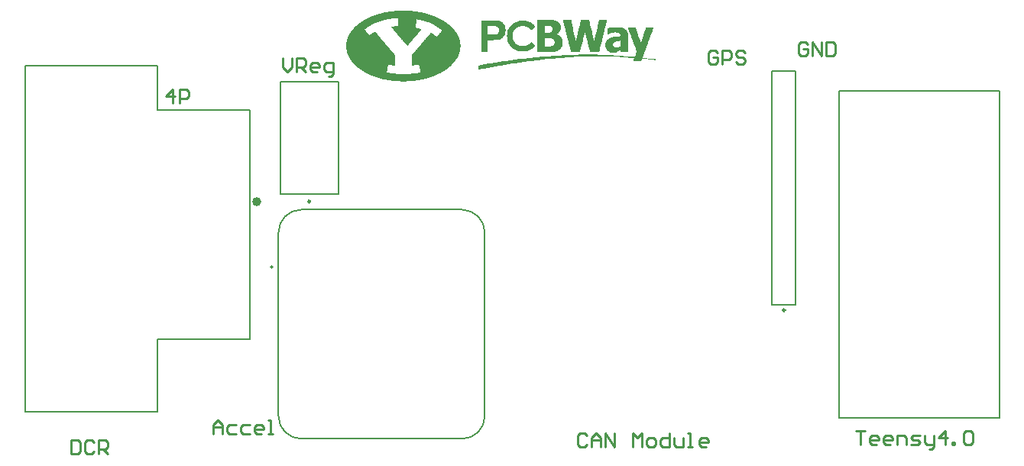
<source format=gbr>
%TF.GenerationSoftware,Altium Limited,Altium Designer,25.1.2 (22)*%
G04 Layer_Color=65535*
%FSLAX45Y45*%
%MOMM*%
%TF.SameCoordinates,757FA7A9-4291-4AF8-8684-A19F9D108C22*%
%TF.FilePolarity,Positive*%
%TF.FileFunction,Legend,Top*%
%TF.Part,Single*%
G01*
G75*
%TA.AperFunction,NonConductor*%
%ADD24C,0.25000*%
%ADD25C,0.12700*%
%ADD26C,0.20000*%
%ADD27C,0.50000*%
%ADD28C,0.15240*%
%ADD29C,0.25400*%
G36*
X8275589Y7184929D02*
X8308494D01*
Y7181273D01*
X8323118D01*
Y7177617D01*
X8334086D01*
Y7173961D01*
X8341399D01*
Y7170304D01*
X8352367D01*
Y7166648D01*
X8359679D01*
Y7162992D01*
X8366991D01*
Y7159336D01*
X8370647D01*
Y7155680D01*
X8377959D01*
Y7152024D01*
X8381615D01*
Y7148368D01*
X8388927D01*
Y7144712D01*
X8392583D01*
Y7141056D01*
X8396239D01*
Y7137400D01*
X8399896D01*
Y7130088D01*
X8403552D01*
Y7126432D01*
X8407208D01*
Y7122776D01*
X8410864D01*
Y7119120D01*
X8407208D01*
Y7115464D01*
X8403552D01*
Y7111807D01*
X8399896D01*
Y7108151D01*
X8396239D01*
Y7104495D01*
X8392583D01*
Y7100839D01*
X8388927D01*
Y7097183D01*
X8385271D01*
Y7093527D01*
X8381615D01*
Y7089871D01*
X8377959D01*
Y7086215D01*
X8374303D01*
Y7082559D01*
X8366991D01*
Y7086215D01*
X8363335D01*
Y7089871D01*
X8356023D01*
Y7093527D01*
X8352367D01*
Y7097183D01*
X8348711D01*
Y7100839D01*
X8345055D01*
Y7104495D01*
X8337743D01*
Y7108151D01*
X8330430D01*
Y7111807D01*
X8326774D01*
Y7115464D01*
X8315806D01*
Y7119120D01*
X8308494D01*
Y7122776D01*
X8290214D01*
Y7126432D01*
X8246341D01*
Y7122776D01*
X8228061D01*
Y7119120D01*
X8220749D01*
Y7115464D01*
X8213436D01*
Y7111807D01*
X8206124D01*
Y7108151D01*
X8202468D01*
Y7104495D01*
X8198812D01*
Y7100839D01*
X8191500D01*
Y7097183D01*
X8187844D01*
Y7093527D01*
X8184188D01*
Y7089871D01*
X8180532D01*
Y7086215D01*
X8176876D01*
Y7078903D01*
X8173220D01*
Y7075247D01*
X8169564D01*
Y7067935D01*
X8165908D01*
Y7060623D01*
X8162252D01*
Y7049654D01*
X8158596D01*
Y7027718D01*
X8154939D01*
Y7005782D01*
X8158596D01*
Y6983845D01*
X8162252D01*
Y6972877D01*
X8165908D01*
Y6965565D01*
X8169564D01*
Y6958253D01*
X8173220D01*
Y6950941D01*
X8176876D01*
Y6947285D01*
X8180532D01*
Y6943629D01*
X8184188D01*
Y6939973D01*
X8187844D01*
Y6936317D01*
X8191500D01*
Y6932661D01*
X8195156D01*
Y6929004D01*
X8198812D01*
Y6925348D01*
X8206124D01*
Y6921692D01*
X8209780D01*
Y6918036D01*
X8217093D01*
Y6914380D01*
X8228061D01*
Y6910724D01*
X8239029D01*
Y6907068D01*
X8297526D01*
Y6910724D01*
X8312150D01*
Y6914380D01*
X8323118D01*
Y6918036D01*
X8326774D01*
Y6921692D01*
X8334086D01*
Y6925348D01*
X8341399D01*
Y6929004D01*
X8345055D01*
Y6932661D01*
X8348711D01*
Y6936317D01*
X8352367D01*
Y6939973D01*
X8359679D01*
Y6943629D01*
X8363335D01*
Y6947285D01*
X8366991D01*
Y6950941D01*
X8370647D01*
Y6947285D01*
X8374303D01*
Y6943629D01*
X8377959D01*
Y6939973D01*
X8381615D01*
Y6936317D01*
X8385271D01*
Y6932661D01*
X8388927D01*
Y6929004D01*
X8392583D01*
Y6925348D01*
X8396239D01*
Y6921692D01*
X8399896D01*
Y6918036D01*
X8403552D01*
Y6914380D01*
X8407208D01*
Y6903412D01*
X8403552D01*
Y6899756D01*
X8399896D01*
Y6896100D01*
X8396239D01*
Y6892444D01*
X8388927D01*
Y6888788D01*
X8385271D01*
Y6885132D01*
X8381615D01*
Y6881476D01*
X8377959D01*
Y6877820D01*
X8374303D01*
Y6874164D01*
X8366991D01*
Y6870507D01*
X8363335D01*
Y6866851D01*
X8352367D01*
Y6863195D01*
X8348711D01*
Y6859539D01*
X8337743D01*
Y6855883D01*
X8326774D01*
Y6852227D01*
X8312150D01*
Y6848571D01*
X8290214D01*
Y6844915D01*
X8246341D01*
Y6848571D01*
X8224405D01*
Y6852227D01*
X8209780D01*
Y6855883D01*
X8198812D01*
Y6859539D01*
X8191500D01*
Y6863195D01*
X8184188D01*
Y6866851D01*
X8176876D01*
Y6870507D01*
X8169564D01*
Y6874164D01*
X8162252D01*
Y6877820D01*
X8158596D01*
Y6881476D01*
X8154939D01*
Y6885132D01*
X8151283D01*
Y6888788D01*
X8147627D01*
Y6892444D01*
X8143971D01*
Y6896100D01*
X8140315D01*
Y6899756D01*
X8136659D01*
Y6903412D01*
X8133003D01*
Y6907068D01*
X8129347D01*
Y6910724D01*
X8125691D01*
Y6918036D01*
X8122035D01*
Y6921692D01*
X8118379D01*
Y6925348D01*
X8114723D01*
Y6932661D01*
X8111067D01*
Y6939973D01*
X8107411D01*
Y6950941D01*
X8103755D01*
Y6961909D01*
X8100099D01*
Y6976533D01*
X8096443D01*
Y7005782D01*
X8092786D01*
Y7027718D01*
X8096443D01*
Y7056967D01*
X8100099D01*
Y7067935D01*
X8103755D01*
Y7082559D01*
X8107411D01*
Y7089871D01*
X8111067D01*
Y7097183D01*
X8114723D01*
Y7104495D01*
X8118379D01*
Y7108151D01*
X8122035D01*
Y7115464D01*
X8125691D01*
Y7119120D01*
X8129347D01*
Y7122776D01*
X8133003D01*
Y7126432D01*
X8136659D01*
Y7130088D01*
X8140315D01*
Y7137400D01*
X8143971D01*
Y7141056D01*
X8147627D01*
Y7144712D01*
X8151283D01*
Y7148368D01*
X8158596D01*
Y7152024D01*
X8162252D01*
Y7155680D01*
X8165908D01*
Y7159336D01*
X8173220D01*
Y7162992D01*
X8180532D01*
Y7166648D01*
X8187844D01*
Y7170304D01*
X8195156D01*
Y7173961D01*
X8206124D01*
Y7177617D01*
X8217093D01*
Y7181273D01*
X8228061D01*
Y7184929D01*
X8264621D01*
Y7188585D01*
X8275589D01*
Y7184929D01*
D02*
G37*
G36*
X9204229Y7188585D02*
X9200573D01*
Y7173961D01*
X9196917D01*
Y7159336D01*
X9193261D01*
Y7144712D01*
X9189605D01*
Y7130088D01*
X9185949D01*
Y7115464D01*
X9182293D01*
Y7100839D01*
X9178636D01*
Y7086215D01*
X9174980D01*
Y7067935D01*
X9171324D01*
Y7056967D01*
X9167668D01*
Y7042342D01*
X9164012D01*
Y7027718D01*
X9160356D01*
Y7013094D01*
X9156700D01*
Y6994814D01*
X9153044D01*
Y6980189D01*
X9149388D01*
Y6969221D01*
X9145732D01*
Y6954597D01*
X9142076D01*
Y6943629D01*
X9138420D01*
Y6929004D01*
X9134764D01*
Y6914380D01*
X9131108D01*
Y6899756D01*
X9127452D01*
Y6885132D01*
X9123796D01*
Y6866851D01*
X9120139D01*
Y6852227D01*
X9116483D01*
Y6841259D01*
X9112827D01*
Y6837603D01*
X9014114D01*
Y6848571D01*
X9010458D01*
Y6863195D01*
X9006802D01*
Y6877820D01*
X9003146D01*
Y6892444D01*
X8999489D01*
Y6907068D01*
X8995833D01*
Y6921692D01*
X8992177D01*
Y6936317D01*
X8988521D01*
Y6950941D01*
X8984865D01*
Y6965565D01*
X8981209D01*
Y6980189D01*
X8977553D01*
Y6994814D01*
X8973897D01*
Y7005782D01*
X8970241D01*
Y7024062D01*
X8966585D01*
Y7038686D01*
X8962929D01*
Y7045998D01*
X8959273D01*
Y7053311D01*
X8955617D01*
Y7042342D01*
X8951961D01*
Y7027718D01*
X8948305D01*
Y7016750D01*
X8944649D01*
Y6998470D01*
X8940993D01*
Y6983845D01*
X8937336D01*
Y6969221D01*
X8933680D01*
Y6954597D01*
X8930024D01*
Y6939973D01*
X8926368D01*
Y6925348D01*
X8922712D01*
Y6910724D01*
X8919056D01*
Y6896100D01*
X8915400D01*
Y6881476D01*
X8911744D01*
Y6863195D01*
X8908088D01*
Y6848571D01*
X8904432D01*
Y6837603D01*
X8805718D01*
Y6841259D01*
X8802062D01*
Y6855883D01*
X8798406D01*
Y6866851D01*
X8794750D01*
Y6885132D01*
X8791094D01*
Y6899756D01*
X8787438D01*
Y6914380D01*
X8783782D01*
Y6925348D01*
X8780126D01*
Y6936317D01*
X8776470D01*
Y6950941D01*
X8772814D01*
Y6965565D01*
X8769158D01*
Y6980189D01*
X8765502D01*
Y6994814D01*
X8761846D01*
Y7009438D01*
X8758189D01*
Y7024062D01*
X8754533D01*
Y7031374D01*
Y7035030D01*
Y7038686D01*
X8750877D01*
Y7056967D01*
X8747221D01*
Y7067935D01*
X8743565D01*
Y7086215D01*
X8739909D01*
Y7100839D01*
X8736253D01*
Y7111807D01*
X8732597D01*
Y7130088D01*
X8728941D01*
Y7144712D01*
X8725285D01*
Y7159336D01*
X8721629D01*
Y7166648D01*
X8717973D01*
Y7181273D01*
X8714317D01*
Y7195897D01*
X8805718D01*
Y7192241D01*
X8809374D01*
Y7173961D01*
X8813030D01*
Y7155680D01*
X8816686D01*
Y7137400D01*
X8820343D01*
Y7119120D01*
X8823999D01*
Y7100839D01*
X8827655D01*
Y7082559D01*
X8831311D01*
Y7064279D01*
X8834967D01*
Y7045998D01*
X8838623D01*
Y7027718D01*
X8842279D01*
Y7016750D01*
X8845935D01*
Y6998470D01*
X8849591D01*
Y6980189D01*
X8853247D01*
Y6961909D01*
X8856903D01*
Y6965565D01*
X8860559D01*
Y6980189D01*
X8864215D01*
Y6994814D01*
X8867871D01*
Y7009438D01*
X8871527D01*
Y7024062D01*
X8875183D01*
Y7038686D01*
X8878839D01*
Y7053311D01*
X8882496D01*
Y7071591D01*
X8886152D01*
Y7086215D01*
X8889808D01*
Y7100839D01*
X8893464D01*
Y7115464D01*
X8897120D01*
Y7130088D01*
X8900776D01*
Y7141056D01*
X8904432D01*
Y7155680D01*
X8908088D01*
Y7166648D01*
X8911744D01*
Y7181273D01*
X8915400D01*
Y7195897D01*
X9003146D01*
Y7192241D01*
X9006802D01*
Y7177617D01*
X9010458D01*
Y7162992D01*
X9014114D01*
Y7148368D01*
X9017770D01*
Y7130088D01*
X9021426D01*
Y7119120D01*
X9025082D01*
Y7104495D01*
X9028738D01*
Y7089871D01*
X9032394D01*
Y7075247D01*
X9036050D01*
Y7056967D01*
X9039706D01*
Y7042342D01*
X9043362D01*
Y7027718D01*
X9047018D01*
Y7013094D01*
X9050674D01*
Y6994814D01*
X9054330D01*
Y6980189D01*
X9057986D01*
Y6965565D01*
X9061643D01*
Y6961909D01*
X9065299D01*
Y6980189D01*
X9068955D01*
Y6998470D01*
X9072611D01*
Y7013094D01*
X9076267D01*
Y7031374D01*
X9079923D01*
Y7049654D01*
X9083579D01*
Y7060623D01*
X9087235D01*
Y7078903D01*
X9090891D01*
Y7093527D01*
X9094547D01*
Y7111807D01*
X9098203D01*
Y7130088D01*
X9101859D01*
Y7148368D01*
X9105515D01*
Y7162992D01*
X9109171D01*
Y7181273D01*
X9112827D01*
Y7195897D01*
X9204229D01*
Y7188585D01*
D02*
G37*
G36*
X9716077Y7097183D02*
X9712421D01*
Y7086215D01*
X9708765D01*
Y7075247D01*
X9705109D01*
Y7064279D01*
X9701453D01*
Y7053311D01*
X9697797D01*
Y7045998D01*
X9694141D01*
Y7035030D01*
X9690485D01*
Y7024062D01*
X9686829D01*
Y7016750D01*
X9683173D01*
Y7005782D01*
X9679517D01*
Y6998470D01*
X9675861D01*
Y6987501D01*
X9672205D01*
Y6976533D01*
X9668549D01*
Y6965565D01*
X9664893D01*
Y6958253D01*
X9661236D01*
Y6947285D01*
X9657580D01*
Y6936317D01*
X9653924D01*
Y6925348D01*
X9650268D01*
Y6914380D01*
X9646612D01*
Y6907068D01*
X9642956D01*
Y6896100D01*
X9639300D01*
Y6885132D01*
X9635644D01*
Y6874164D01*
X9631988D01*
Y6866851D01*
X9628332D01*
Y6855883D01*
X9624676D01*
Y6848571D01*
X9621020D01*
Y6841259D01*
X9617364D01*
Y6830291D01*
X9613708D01*
Y6819323D01*
X9610052D01*
Y6808354D01*
X9606396D01*
Y6797386D01*
X9602739D01*
Y6790074D01*
X9599083D01*
Y6775450D01*
X9621020D01*
Y6771794D01*
X9650268D01*
Y6768138D01*
X9679517D01*
Y6764482D01*
X9712421D01*
Y6760826D01*
X9745326D01*
Y6757170D01*
X9741670D01*
Y6753514D01*
X9738014D01*
Y6749857D01*
X9723389D01*
Y6753514D01*
X9683173D01*
Y6757170D01*
X9653924D01*
Y6760826D01*
X9613708D01*
Y6764482D01*
X9610052D01*
Y6760826D01*
X9602739D01*
Y6764482D01*
X9591771D01*
Y6760826D01*
X9588115D01*
Y6746201D01*
X9584459D01*
Y6738889D01*
X9493058D01*
Y6746201D01*
X9496714D01*
Y6757170D01*
X9500370D01*
Y6764482D01*
X9504026D01*
Y6771794D01*
X9482089D01*
Y6775450D01*
X9434561D01*
Y6779106D01*
X9394344D01*
Y6782762D01*
X9346815D01*
Y6786418D01*
X9273694D01*
Y6790074D01*
X9160356D01*
Y6793730D01*
X9065299D01*
Y6790074D01*
X8933680D01*
Y6786418D01*
X8838623D01*
Y6782762D01*
X8783782D01*
Y6779106D01*
X8736253D01*
Y6775450D01*
X8677756D01*
Y6771794D01*
X8633883D01*
Y6768138D01*
X8597323D01*
Y6764482D01*
X8557106D01*
Y6760826D01*
X8513233D01*
Y6757170D01*
X8494953D01*
Y6753514D01*
X8465705D01*
Y6749857D01*
X8429144D01*
Y6746201D01*
X8396239D01*
Y6742545D01*
X8374303D01*
Y6738889D01*
X8341399D01*
Y6735233D01*
X8308494D01*
Y6731577D01*
X8286558D01*
Y6727921D01*
X8260965D01*
Y6724265D01*
X8231717D01*
Y6720609D01*
X8209780D01*
Y6716953D01*
X8187844D01*
Y6713297D01*
X8162252D01*
Y6709641D01*
X8136659D01*
Y6705985D01*
X8114723D01*
Y6702329D01*
X8092786D01*
Y6698673D01*
X8067194D01*
Y6695017D01*
X8045258D01*
Y6691361D01*
X8034289D01*
Y6687704D01*
X8008697D01*
Y6684048D01*
X7986761D01*
Y6680392D01*
X7968480D01*
Y6676736D01*
X7946544D01*
Y6673080D01*
X7924608D01*
Y6669424D01*
X7906327D01*
Y6665768D01*
X7891703D01*
Y6662112D01*
X7866111D01*
Y6658456D01*
X7847830D01*
Y6654800D01*
X7829550D01*
Y6651144D01*
X7803958D01*
Y6647488D01*
X7789333D01*
Y6643832D01*
X7774709D01*
Y6654800D01*
X7778365D01*
Y6673080D01*
X7782021D01*
Y6687704D01*
X7785677D01*
Y6691361D01*
X7792989D01*
Y6695017D01*
X7811270D01*
Y6698673D01*
X7829550D01*
Y6702329D01*
X7855143D01*
Y6705985D01*
X7873423D01*
Y6709641D01*
X7891703D01*
Y6713297D01*
X7917296D01*
Y6716953D01*
X7942888D01*
Y6720609D01*
X7961168D01*
Y6724265D01*
X7986761D01*
Y6727921D01*
X8012353D01*
Y6731577D01*
X8034289D01*
Y6735233D01*
X8056226D01*
Y6738889D01*
X8085474D01*
Y6742545D01*
X8111067D01*
Y6746201D01*
X8136659D01*
Y6749857D01*
X8162252D01*
Y6753514D01*
X8184188D01*
Y6757170D01*
X8209780D01*
Y6760826D01*
X8239029D01*
Y6764482D01*
X8275589D01*
Y6768138D01*
X8301182D01*
Y6771794D01*
X8304838D01*
Y6768138D01*
X8308494D01*
Y6771794D01*
X8334086D01*
Y6775450D01*
X8377959D01*
Y6779106D01*
X8414520D01*
Y6782762D01*
X8451080D01*
Y6786418D01*
X8487641D01*
Y6790074D01*
X8538826D01*
Y6793730D01*
X8586355D01*
Y6797386D01*
X8633883D01*
Y6801042D01*
X8703349D01*
Y6804698D01*
X8776470D01*
Y6808354D01*
X8886152D01*
Y6812011D01*
X9094547D01*
Y6808354D01*
X9189605D01*
Y6804698D01*
X9193261D01*
Y6808354D01*
X9200573D01*
Y6804698D01*
X9277350D01*
Y6801042D01*
X9343159D01*
Y6797386D01*
X9387032D01*
Y6793730D01*
X9427249D01*
Y6790074D01*
X9478433D01*
Y6786418D01*
X9511338D01*
Y6790074D01*
X9514994D01*
Y6801042D01*
X9518650D01*
Y6812011D01*
X9522306D01*
Y6819323D01*
X9525962D01*
Y6830291D01*
X9529618D01*
Y6837603D01*
X9533274D01*
Y6848571D01*
X9529618D01*
Y6859539D01*
X9525962D01*
Y6866851D01*
X9522306D01*
Y6877820D01*
X9518650D01*
Y6888788D01*
X9514994D01*
Y6899756D01*
X9511338D01*
Y6907068D01*
X9507682D01*
Y6918036D01*
X9504026D01*
Y6925348D01*
X9500370D01*
Y6936317D01*
X9496714D01*
Y6943629D01*
X9493058D01*
Y6954597D01*
X9489402D01*
Y6965565D01*
X9485746D01*
Y6976533D01*
X9482089D01*
Y6983845D01*
X9478433D01*
Y6994814D01*
X9474777D01*
Y7002126D01*
X9471121D01*
Y7013094D01*
X9467465D01*
Y7024062D01*
X9463809D01*
Y7035030D01*
X9460153D01*
Y7042342D01*
X9456497D01*
Y7053311D01*
X9452841D01*
Y7064279D01*
X9449185D01*
Y7075247D01*
X9445529D01*
Y7082559D01*
X9441873D01*
Y7089871D01*
X9438217D01*
Y7100839D01*
X9434561D01*
Y7108151D01*
X9522306D01*
Y7104495D01*
X9525962D01*
Y7093527D01*
X9529618D01*
Y7082559D01*
X9533274D01*
Y7067935D01*
X9536930D01*
Y7056967D01*
X9540586D01*
Y7045998D01*
X9544243D01*
Y7035030D01*
X9547899D01*
Y7024062D01*
X9551555D01*
Y7013094D01*
X9555211D01*
Y7002126D01*
X9558867D01*
Y6991157D01*
X9562523D01*
Y6980189D01*
X9566179D01*
Y6972877D01*
X9569835D01*
Y6961909D01*
X9573491D01*
Y6950941D01*
X9577147D01*
Y6943629D01*
X9580803D01*
Y6947285D01*
X9584459D01*
Y6961909D01*
X9588115D01*
Y6972877D01*
X9591771D01*
Y6983845D01*
X9595427D01*
Y6994814D01*
X9599083D01*
Y7005782D01*
X9602739D01*
Y7020406D01*
X9606396D01*
Y7031374D01*
X9610052D01*
Y7042342D01*
X9613708D01*
Y7053311D01*
X9617364D01*
Y7067935D01*
X9621020D01*
Y7078903D01*
X9624676D01*
Y7089871D01*
X9628332D01*
Y7097183D01*
X9631988D01*
Y7108151D01*
X9716077D01*
Y7097183D01*
D02*
G37*
G36*
X9335847Y7111807D02*
X9361439D01*
Y7108151D01*
X9376064D01*
Y7104495D01*
X9387032D01*
Y7100839D01*
X9394344D01*
Y7097183D01*
X9401656D01*
Y7093527D01*
X9405312D01*
Y7089871D01*
X9412624D01*
Y7086215D01*
X9416280D01*
Y7082559D01*
X9419936D01*
Y7078903D01*
X9423593D01*
Y7071591D01*
X9427249D01*
Y7064279D01*
X9430905D01*
Y7053311D01*
X9434561D01*
Y7035030D01*
X9438217D01*
Y6837603D01*
X9354127D01*
Y6844915D01*
Y6848571D01*
Y6863195D01*
X9350471D01*
Y6859539D01*
X9343159D01*
Y6855883D01*
X9339503D01*
Y6852227D01*
X9335847D01*
Y6848571D01*
X9328535D01*
Y6844915D01*
X9321223D01*
Y6841259D01*
X9313911D01*
Y6837603D01*
X9306599D01*
Y6833947D01*
X9291974D01*
Y6830291D01*
X9251758D01*
Y6833947D01*
X9237133D01*
Y6837603D01*
X9229821D01*
Y6841259D01*
X9222509D01*
Y6844915D01*
X9218853D01*
Y6848571D01*
X9215197D01*
Y6852227D01*
X9207885D01*
Y6855883D01*
X9204229D01*
Y6859539D01*
X9200573D01*
Y6866851D01*
X9196917D01*
Y6870507D01*
X9193261D01*
Y6877820D01*
X9189605D01*
Y6892444D01*
X9185949D01*
Y6939973D01*
X9189605D01*
Y6954597D01*
X9193261D01*
Y6961909D01*
X9196917D01*
Y6965565D01*
X9200573D01*
Y6972877D01*
X9207885D01*
Y6976533D01*
X9211541D01*
Y6980189D01*
X9215197D01*
Y6983845D01*
X9218853D01*
Y6987501D01*
X9226165D01*
Y6991157D01*
X9233477D01*
Y6994814D01*
X9240789D01*
Y6998470D01*
X9251758D01*
Y7002126D01*
X9266382D01*
Y7005782D01*
X9284662D01*
Y7009438D01*
X9306599D01*
Y7013094D01*
X9346815D01*
Y7016750D01*
X9354127D01*
Y7031374D01*
X9350471D01*
Y7038686D01*
X9346815D01*
Y7042342D01*
X9343159D01*
Y7045998D01*
X9339503D01*
Y7049654D01*
X9328535D01*
Y7053311D01*
X9302943D01*
Y7056967D01*
X9281006D01*
Y7053311D01*
X9259070D01*
Y7049654D01*
X9244446D01*
Y7045998D01*
X9233477D01*
Y7042342D01*
X9222509D01*
Y7038686D01*
X9215197D01*
Y7035030D01*
X9211541D01*
Y7038686D01*
X9207885D01*
Y7100839D01*
X9211541D01*
Y7104495D01*
X9226165D01*
Y7108151D01*
X9248102D01*
Y7111807D01*
X9277350D01*
Y7115464D01*
X9335847D01*
Y7111807D01*
D02*
G37*
G36*
X8571730Y7192241D02*
X8619259D01*
Y7188585D01*
X8633883D01*
Y7184929D01*
X8644852D01*
Y7181273D01*
X8652164D01*
Y7177617D01*
X8655820D01*
Y7173961D01*
X8663132D01*
Y7170304D01*
X8666788D01*
Y7166648D01*
X8670444D01*
Y7162992D01*
X8674100D01*
Y7159336D01*
X8677756D01*
Y7155680D01*
X8681412D01*
Y7148368D01*
X8685068D01*
Y7137400D01*
X8688724D01*
Y7119120D01*
X8692380D01*
Y7104495D01*
X8688724D01*
Y7086215D01*
X8685068D01*
Y7075247D01*
X8681412D01*
Y7067935D01*
X8677756D01*
Y7060623D01*
X8674100D01*
Y7056967D01*
X8670444D01*
Y7053311D01*
X8666788D01*
Y7049654D01*
X8663132D01*
Y7045998D01*
X8655820D01*
Y7042342D01*
X8652164D01*
Y7038686D01*
X8644852D01*
Y7031374D01*
X8655820D01*
Y7027718D01*
X8666788D01*
Y7024062D01*
X8674100D01*
Y7020406D01*
X8677756D01*
Y7016750D01*
X8685068D01*
Y7013094D01*
X8688724D01*
Y7009438D01*
X8692380D01*
Y7005782D01*
X8696036D01*
Y6998470D01*
X8699693D01*
Y6994814D01*
X8703349D01*
Y6983845D01*
X8707005D01*
Y6903412D01*
X8703349D01*
Y6896100D01*
X8699693D01*
Y6888788D01*
X8696036D01*
Y6885132D01*
X8692380D01*
Y6877820D01*
X8688724D01*
Y6874164D01*
X8685068D01*
Y6870507D01*
X8681412D01*
Y6866851D01*
X8677756D01*
Y6863195D01*
X8670444D01*
Y6859539D01*
X8666788D01*
Y6855883D01*
X8659476D01*
Y6852227D01*
X8652164D01*
Y6848571D01*
X8641196D01*
Y6844915D01*
X8630227D01*
Y6841259D01*
X8611947D01*
Y6837603D01*
X8429144D01*
Y7192241D01*
X8432800D01*
Y7195897D01*
X8571730D01*
Y7192241D01*
D02*
G37*
G36*
X7994073Y7184929D02*
X8012353D01*
Y7181273D01*
X8023321D01*
Y7177617D01*
X8030633D01*
Y7173961D01*
X8037946D01*
Y7170304D01*
X8041602D01*
Y7166648D01*
X8045258D01*
Y7162992D01*
X8048914D01*
Y7159336D01*
X8052570D01*
Y7155680D01*
X8056226D01*
Y7152024D01*
X8059882D01*
Y7148368D01*
X8063538D01*
Y7144712D01*
X8067194D01*
Y7137400D01*
X8070850D01*
Y7126432D01*
X8074506D01*
Y7115464D01*
X8078162D01*
Y7093527D01*
X8081818D01*
Y7067935D01*
X8078162D01*
Y7045998D01*
X8074506D01*
Y7035030D01*
X8070850D01*
Y7027718D01*
X8067194D01*
Y7020406D01*
X8063538D01*
Y7016750D01*
X8059882D01*
Y7009438D01*
X8056226D01*
Y7005782D01*
X8052570D01*
Y7002126D01*
X8048914D01*
Y6998470D01*
X8045258D01*
Y6994814D01*
X8037946D01*
Y6991157D01*
X8034289D01*
Y6987501D01*
X8026977D01*
Y6983845D01*
X8019665D01*
Y6980189D01*
X8012353D01*
Y6976533D01*
X7997729D01*
Y6972877D01*
X7950200D01*
Y6969221D01*
X7880735D01*
Y6837603D01*
X7811270D01*
Y6859539D01*
Y6863195D01*
Y7188585D01*
X7994073D01*
Y7184929D01*
D02*
G37*
G36*
X6982676Y7296851D02*
X7018733D01*
Y7294848D01*
X7020736D01*
Y7296851D01*
X7022740D01*
Y7294848D01*
X7048780D01*
Y7292845D01*
X7066809D01*
Y7290842D01*
X7080831D01*
Y7288839D01*
X7092850D01*
Y7286835D01*
X7108875D01*
Y7284832D01*
X7120894D01*
Y7282829D01*
X7132913D01*
Y7280826D01*
X7140926D01*
Y7278823D01*
X7148938D01*
Y7276820D01*
X7160957D01*
Y7274817D01*
X7168970D01*
Y7272813D01*
X7178985D01*
Y7270810D01*
X7184995D01*
Y7268807D01*
X7191004D01*
Y7266804D01*
X7201020D01*
Y7264801D01*
X7209033D01*
Y7262798D01*
X7215042D01*
Y7260794D01*
X7221052D01*
Y7258791D01*
X7229064D01*
Y7256788D01*
X7235074D01*
Y7254785D01*
X7241083D01*
Y7252782D01*
X7247093D01*
Y7250779D01*
X7251099D01*
Y7248775D01*
X7259112D01*
Y7246772D01*
X7265121D01*
Y7244769D01*
X7271131D01*
Y7242766D01*
X7275137D01*
Y7240763D01*
X7279143D01*
Y7238760D01*
X7285153D01*
Y7236757D01*
X7291162D01*
Y7234753D01*
X7297172D01*
Y7232750D01*
X7299175D01*
Y7230747D01*
X7305184D01*
Y7228744D01*
X7309191D01*
Y7226741D01*
X7315200D01*
Y7224738D01*
X7319206D01*
Y7222735D01*
X7323213D01*
Y7220731D01*
X7327219D01*
Y7218728D01*
X7333228D01*
Y7216725D01*
X7337235D01*
Y7214722D01*
X7339238D01*
Y7212719D01*
X7343244D01*
Y7210716D01*
X7349254D01*
Y7208712D01*
X7353260D01*
Y7206709D01*
X7357266D01*
Y7204706D01*
X7359270D01*
Y7202703D01*
X7363276D01*
Y7200700D01*
X7367282D01*
Y7198697D01*
X7371288D01*
Y7196694D01*
X7375295D01*
Y7194690D01*
X7377298D01*
Y7192687D01*
X7381304D01*
Y7190684D01*
X7385310D01*
Y7188681D01*
X7389317D01*
Y7186678D01*
X7391320D01*
Y7184674D01*
X7395326D01*
Y7182671D01*
X7397329D01*
Y7180668D01*
X7401336D01*
Y7178665D01*
X7405342D01*
Y7176662D01*
X7407345D01*
Y7174659D01*
X7409348D01*
Y7172656D01*
X7413354D01*
Y7170652D01*
X7415358D01*
Y7168649D01*
X7419364D01*
Y7166646D01*
X7421367D01*
Y7164643D01*
X7423370D01*
Y7162640D01*
X7427377D01*
Y7160637D01*
X7431383D01*
Y7158634D01*
X7433386D01*
Y7156630D01*
X7435389D01*
Y7154627D01*
X7437393D01*
Y7152624D01*
X7441399D01*
Y7150621D01*
X7443402D01*
Y7148618D01*
X7445405D01*
Y7146615D01*
X7447408D01*
Y7144612D01*
X7451415D01*
Y7142608D01*
X7453418D01*
Y7140605D01*
X7455421D01*
Y7138602D01*
X7457424D01*
Y7136599D01*
X7459427D01*
Y7134596D01*
X7463433D01*
Y7132593D01*
X7465437D01*
Y7130589D01*
X7467440D01*
Y7128586D01*
X7469443D01*
Y7126583D01*
X7471446D01*
Y7124580D01*
X7473449D01*
Y7122577D01*
X7475452D01*
Y7120574D01*
X7477455D01*
Y7118570D01*
X7479459D01*
Y7116567D01*
X7481462D01*
Y7114564D01*
X7483465D01*
Y7112561D01*
X7485468D01*
Y7110558D01*
X7487471D01*
Y7108555D01*
X7489474D01*
Y7106551D01*
X7491478D01*
Y7104548D01*
X7493481D01*
Y7102545D01*
X7495484D01*
Y7100542D01*
X7497487D01*
Y7098539D01*
X7499490D01*
Y7096536D01*
X7501494D01*
Y7094533D01*
X7503497D01*
Y7092529D01*
X7505500D01*
Y7090526D01*
X7507503D01*
Y7086520D01*
X7509506D01*
Y7084517D01*
X7511509D01*
Y7082514D01*
X7513512D01*
Y7080511D01*
X7515516D01*
Y7076504D01*
X7517519D01*
Y7074501D01*
X7519522D01*
Y7072498D01*
X7521525D01*
Y7068492D01*
X7523528D01*
Y7066489D01*
X7525531D01*
Y7064485D01*
X7527534D01*
Y7060479D01*
X7529538D01*
Y7058476D01*
X7531541D01*
Y7056473D01*
X7533544D01*
Y7052466D01*
X7535547D01*
Y7050463D01*
X7537550D01*
Y7046457D01*
X7539553D01*
Y7042450D01*
X7541556D01*
Y7038444D01*
X7543560D01*
Y7036441D01*
X7545563D01*
Y7032435D01*
X7547566D01*
Y7028428D01*
X7549569D01*
Y7024422D01*
X7551572D01*
Y7020416D01*
X7553575D01*
Y7016410D01*
X7555578D01*
Y7012403D01*
X7557582D01*
Y7006394D01*
X7559585D01*
Y7002388D01*
X7561588D01*
Y6998381D01*
X7563591D01*
Y6992372D01*
X7565594D01*
Y6986362D01*
X7567598D01*
Y6978350D01*
X7569601D01*
Y6972340D01*
X7571604D01*
Y6964327D01*
X7573607D01*
Y6956315D01*
X7575610D01*
Y6944296D01*
X7577613D01*
Y6924265D01*
X7579617D01*
Y6888208D01*
X7577613D01*
Y6868176D01*
X7575610D01*
Y6856157D01*
X7573607D01*
Y6846142D01*
X7571604D01*
Y6840132D01*
X7569601D01*
Y6834122D01*
X7567598D01*
Y6826110D01*
X7565594D01*
Y6820100D01*
X7563591D01*
Y6814091D01*
X7561588D01*
Y6810085D01*
X7559585D01*
Y6806078D01*
X7557582D01*
Y6800069D01*
X7555578D01*
Y6796063D01*
X7553575D01*
Y6792056D01*
X7551572D01*
Y6788050D01*
X7549569D01*
Y6784044D01*
X7547566D01*
Y6780037D01*
X7545563D01*
Y6776031D01*
X7543560D01*
Y6774028D01*
X7541556D01*
Y6770022D01*
X7539553D01*
Y6766015D01*
X7537550D01*
Y6764012D01*
X7535547D01*
Y6760006D01*
X7533544D01*
Y6755999D01*
X7531541D01*
Y6753996D01*
X7529538D01*
Y6751993D01*
X7527534D01*
Y6747987D01*
X7525531D01*
Y6745984D01*
X7523528D01*
Y6743980D01*
X7521525D01*
Y6739974D01*
X7519522D01*
Y6737971D01*
X7517519D01*
Y6735968D01*
X7515516D01*
Y6731962D01*
X7513512D01*
Y6729958D01*
X7511509D01*
Y6727955D01*
X7509506D01*
Y6725952D01*
X7507503D01*
Y6721946D01*
X7505500D01*
Y6719943D01*
X7503497D01*
Y6717940D01*
X7501494D01*
Y6715936D01*
X7499490D01*
Y6713933D01*
X7497487D01*
Y6711930D01*
X7495484D01*
Y6709927D01*
X7493481D01*
Y6707924D01*
X7491478D01*
Y6705921D01*
X7489474D01*
Y6703918D01*
X7487471D01*
Y6701914D01*
X7485468D01*
Y6699911D01*
X7483465D01*
Y6697908D01*
X7481462D01*
Y6695905D01*
X7479459D01*
Y6693902D01*
X7477455D01*
Y6691898D01*
X7475452D01*
Y6689895D01*
X7473449D01*
Y6687892D01*
X7471446D01*
Y6685889D01*
X7469443D01*
Y6683886D01*
X7467440D01*
Y6681883D01*
X7465437D01*
Y6679880D01*
X7461430D01*
Y6677876D01*
X7459427D01*
Y6675873D01*
X7457424D01*
Y6673870D01*
X7455421D01*
Y6671867D01*
X7453418D01*
Y6669864D01*
X7451415D01*
Y6667861D01*
X7447408D01*
Y6665858D01*
X7445405D01*
Y6663854D01*
X7443402D01*
Y6661851D01*
X7439396D01*
Y6659848D01*
X7437393D01*
Y6657845D01*
X7435389D01*
Y6655842D01*
X7433386D01*
Y6653839D01*
X7429380D01*
Y6651835D01*
X7427377D01*
Y6649832D01*
X7423370D01*
Y6647829D01*
X7421367D01*
Y6645826D01*
X7419364D01*
Y6643823D01*
X7415358D01*
Y6641820D01*
X7413354D01*
Y6639817D01*
X7409348D01*
Y6637813D01*
X7407345D01*
Y6635810D01*
X7403339D01*
Y6633807D01*
X7401336D01*
Y6631804D01*
X7397329D01*
Y6629801D01*
X7393323D01*
Y6627798D01*
X7391320D01*
Y6625794D01*
X7387314D01*
Y6623791D01*
X7383307D01*
Y6621788D01*
X7379301D01*
Y6619785D01*
X7377298D01*
Y6617782D01*
X7375295D01*
Y6615779D01*
X7371288D01*
Y6613775D01*
X7367282D01*
Y6611772D01*
X7363276D01*
Y6609769D01*
X7359270D01*
Y6607766D01*
X7355263D01*
Y6605763D01*
X7351257D01*
Y6603760D01*
X7347250D01*
Y6601757D01*
X7343244D01*
Y6599753D01*
X7339238D01*
Y6597750D01*
X7337235D01*
Y6595747D01*
X7331225D01*
Y6593744D01*
X7327219D01*
Y6591741D01*
X7323213D01*
Y6589738D01*
X7319206D01*
Y6587735D01*
X7315200D01*
Y6585731D01*
X7309191D01*
Y6583728D01*
X7303181D01*
Y6581725D01*
X7299175D01*
Y6579722D01*
X7295169D01*
Y6577719D01*
X7291162D01*
Y6575716D01*
X7285153D01*
Y6573712D01*
X7279143D01*
Y6571709D01*
X7275137D01*
Y6569706D01*
X7269127D01*
Y6567703D01*
X7265121D01*
Y6565700D01*
X7259112D01*
Y6563697D01*
X7251099D01*
Y6561694D01*
X7247093D01*
Y6559690D01*
X7241083D01*
Y6557687D01*
X7235074D01*
Y6555684D01*
X7227061D01*
Y6553681D01*
X7221052D01*
Y6551678D01*
X7215042D01*
Y6549674D01*
X7209033D01*
Y6547671D01*
X7201020D01*
Y6545668D01*
X7191004D01*
Y6543665D01*
X7184995D01*
Y6541662D01*
X7178985D01*
Y6539659D01*
X7168970D01*
Y6537656D01*
X7158954D01*
Y6535652D01*
X7148938D01*
Y6533649D01*
X7140926D01*
Y6531646D01*
X7130910D01*
Y6529643D01*
X7118891D01*
Y6527640D01*
X7104869D01*
Y6525637D01*
X7090847D01*
Y6523634D01*
X7080831D01*
Y6521630D01*
X7064806D01*
Y6519627D01*
X7046777D01*
Y6517624D01*
X7020736D01*
Y6515621D01*
X6982676D01*
Y6513618D01*
X6910563D01*
Y6515621D01*
X6908560D01*
Y6513618D01*
X6906556D01*
Y6515621D01*
X6872503D01*
Y6517624D01*
X6844459D01*
Y6519627D01*
X6826430D01*
Y6521630D01*
X6812408D01*
Y6523634D01*
X6800389D01*
Y6525637D01*
X6784364D01*
Y6527640D01*
X6772345D01*
Y6529643D01*
X6760326D01*
Y6531646D01*
X6750310D01*
Y6533649D01*
X6744301D01*
Y6535652D01*
X6732282D01*
Y6537656D01*
X6722266D01*
Y6539659D01*
X6714254D01*
Y6541662D01*
X6708244D01*
Y6543665D01*
X6700231D01*
Y6545668D01*
X6692219D01*
Y6547671D01*
X6684206D01*
Y6549674D01*
X6676194D01*
Y6551678D01*
X6670184D01*
Y6553681D01*
X6664175D01*
Y6555684D01*
X6656162D01*
Y6557687D01*
X6650153D01*
Y6559690D01*
X6644143D01*
Y6561694D01*
X6640137D01*
Y6563697D01*
X6634127D01*
Y6565700D01*
X6628118D01*
Y6567703D01*
X6622108D01*
Y6569706D01*
X6618102D01*
Y6571709D01*
X6612093D01*
Y6573712D01*
X6608086D01*
Y6575716D01*
X6602077D01*
Y6577719D01*
X6596068D01*
Y6579722D01*
X6592061D01*
Y6581725D01*
X6588055D01*
Y6583728D01*
X6584049D01*
Y6585731D01*
X6578039D01*
Y6587735D01*
X6574033D01*
Y6589738D01*
X6570026D01*
Y6591741D01*
X6566020D01*
Y6593744D01*
X6560011D01*
Y6595747D01*
X6556004D01*
Y6597750D01*
X6551998D01*
Y6599753D01*
X6547992D01*
Y6601757D01*
X6543985D01*
Y6603760D01*
X6539979D01*
Y6605763D01*
X6535973D01*
Y6607766D01*
X6533970D01*
Y6609769D01*
X6529963D01*
Y6611772D01*
X6525957D01*
Y6613775D01*
X6521951D01*
Y6615779D01*
X6517945D01*
Y6617782D01*
X6515941D01*
Y6619785D01*
X6511935D01*
Y6621788D01*
X6507929D01*
Y6623791D01*
X6503922D01*
Y6625794D01*
X6501919D01*
Y6627798D01*
X6497913D01*
Y6629801D01*
X6495910D01*
Y6631804D01*
X6491903D01*
Y6633807D01*
X6487897D01*
Y6635810D01*
X6485894D01*
Y6637813D01*
X6481888D01*
Y6639817D01*
X6479885D01*
Y6641820D01*
X6475878D01*
Y6643823D01*
X6473875D01*
Y6645826D01*
X6469869D01*
Y6647829D01*
X6467866D01*
Y6649832D01*
X6465863D01*
Y6651835D01*
X6461856D01*
Y6653839D01*
X6459853D01*
Y6655842D01*
X6457850D01*
Y6657845D01*
X6453844D01*
Y6659848D01*
X6451840D01*
Y6661851D01*
X6449837D01*
Y6663854D01*
X6445831D01*
Y6665858D01*
X6443828D01*
Y6667861D01*
X6441825D01*
Y6669864D01*
X6439822D01*
Y6671867D01*
X6435815D01*
Y6673870D01*
X6433812D01*
Y6675873D01*
X6431809D01*
Y6677876D01*
X6429806D01*
Y6679880D01*
X6427802D01*
Y6681883D01*
X6425799D01*
Y6683886D01*
X6423796D01*
Y6685889D01*
X6421793D01*
Y6687892D01*
X6417787D01*
Y6689895D01*
X6415784D01*
Y6691898D01*
X6413780D01*
Y6693902D01*
X6411777D01*
Y6697908D01*
X6407771D01*
Y6699911D01*
X6405768D01*
Y6701914D01*
X6403765D01*
Y6703918D01*
X6401762D01*
Y6705921D01*
X6399758D01*
Y6707924D01*
X6397755D01*
Y6709927D01*
X6395752D01*
Y6713933D01*
X6393749D01*
Y6715936D01*
X6391746D01*
Y6717940D01*
X6389743D01*
Y6719943D01*
X6387740D01*
Y6721946D01*
X6385736D01*
Y6723949D01*
X6383733D01*
Y6727955D01*
X6381730D01*
Y6729958D01*
X6379727D01*
Y6731962D01*
X6377724D01*
Y6733965D01*
X6375721D01*
Y6735968D01*
X6373717D01*
Y6739974D01*
X6371714D01*
Y6741977D01*
X6369711D01*
Y6743980D01*
X6367708D01*
Y6747987D01*
X6365705D01*
Y6749990D01*
X6363702D01*
Y6753996D01*
X6361698D01*
Y6755999D01*
X6359695D01*
Y6758003D01*
X6357692D01*
Y6762009D01*
X6355689D01*
Y6766015D01*
X6353686D01*
Y6768018D01*
X6351683D01*
Y6772025D01*
X6349679D01*
Y6774028D01*
X6347676D01*
Y6780037D01*
X6345673D01*
Y6784044D01*
X6343670D01*
Y6786047D01*
X6341667D01*
Y6790053D01*
X6339664D01*
Y6794059D01*
X6337661D01*
Y6800069D01*
X6335657D01*
Y6804075D01*
X6333654D01*
Y6808081D01*
X6331651D01*
Y6812088D01*
X6329648D01*
Y6818097D01*
X6327645D01*
Y6826110D01*
X6325642D01*
Y6830116D01*
X6323639D01*
Y6836126D01*
X6321635D01*
Y6844138D01*
X6319632D01*
Y6852151D01*
X6317629D01*
Y6862167D01*
X6315626D01*
Y6878192D01*
X6313623D01*
Y6934280D01*
X6315626D01*
Y6950305D01*
X6317629D01*
Y6960321D01*
X6319632D01*
Y6968334D01*
X6321635D01*
Y6976346D01*
X6323639D01*
Y6982356D01*
X6325642D01*
Y6988365D01*
X6327645D01*
Y6994375D01*
X6329648D01*
Y7000384D01*
X6331651D01*
Y7004391D01*
X6333654D01*
Y7008397D01*
X6335657D01*
Y7014406D01*
X6337661D01*
Y7018413D01*
X6339664D01*
Y7022419D01*
X6341667D01*
Y7026425D01*
X6343670D01*
Y7030432D01*
X6345673D01*
Y7034438D01*
X6347676D01*
Y7038444D01*
X6349679D01*
Y7040447D01*
X6351683D01*
Y7044454D01*
X6353686D01*
Y7048460D01*
X6355689D01*
Y7050463D01*
X6357692D01*
Y7054470D01*
X6359695D01*
Y7056473D01*
X6361698D01*
Y7058476D01*
X6363702D01*
Y7062482D01*
X6365705D01*
Y7066489D01*
X6367708D01*
Y7068492D01*
X6369711D01*
Y7070495D01*
X6371714D01*
Y7072498D01*
X6373717D01*
Y7076504D01*
X6375721D01*
Y7078507D01*
X6377724D01*
Y7082514D01*
X6379727D01*
Y7084517D01*
X6381730D01*
Y7086520D01*
X6383733D01*
Y7088523D01*
X6385736D01*
Y7090526D01*
X6387740D01*
Y7092529D01*
X6389743D01*
Y7094533D01*
X6391746D01*
Y7096536D01*
X6393749D01*
Y7100542D01*
X6395752D01*
Y7102545D01*
X6397755D01*
Y7104548D01*
X6399758D01*
Y7106551D01*
X6401762D01*
Y7108555D01*
X6403765D01*
Y7110558D01*
X6405768D01*
Y7112561D01*
X6407771D01*
Y7114564D01*
X6409774D01*
Y7116567D01*
X6411777D01*
Y7118570D01*
X6413780D01*
Y7120574D01*
X6415784D01*
Y7122577D01*
X6417787D01*
Y7124580D01*
X6421793D01*
Y7128586D01*
X6423796D01*
Y7130589D01*
X6425799D01*
Y7132593D01*
X6429806D01*
Y7134596D01*
X6431809D01*
Y7136599D01*
X6433812D01*
Y7138602D01*
X6435815D01*
Y7140605D01*
X6437818D01*
Y7142608D01*
X6441825D01*
Y7144612D01*
X6443828D01*
Y7146615D01*
X6445831D01*
Y7148618D01*
X6447834D01*
Y7150621D01*
X6451840D01*
Y7152624D01*
X6453844D01*
Y7154627D01*
X6455847D01*
Y7156630D01*
X6459853D01*
Y7158634D01*
X6461856D01*
Y7160637D01*
X6463859D01*
Y7162640D01*
X6467866D01*
Y7164643D01*
X6469869D01*
Y7166646D01*
X6471872D01*
Y7168649D01*
X6475878D01*
Y7170652D01*
X6479885D01*
Y7172656D01*
X6481888D01*
Y7174659D01*
X6485894D01*
Y7176662D01*
X6487897D01*
Y7178665D01*
X6489900D01*
Y7180668D01*
X6493907D01*
Y7182671D01*
X6497913D01*
Y7184674D01*
X6499916D01*
Y7186678D01*
X6503922D01*
Y7188681D01*
X6507929D01*
Y7190684D01*
X6511935D01*
Y7192687D01*
X6513938D01*
Y7194690D01*
X6517945D01*
Y7196694D01*
X6519948D01*
Y7198697D01*
X6523954D01*
Y7200700D01*
X6529963D01*
Y7202703D01*
X6531967D01*
Y7204706D01*
X6535973D01*
Y7206709D01*
X6539979D01*
Y7208712D01*
X6543985D01*
Y7210716D01*
X6547992D01*
Y7212719D01*
X6551998D01*
Y7214722D01*
X6556004D01*
Y7216725D01*
X6560011D01*
Y7218728D01*
X6564017D01*
Y7220731D01*
X6568023D01*
Y7222735D01*
X6572030D01*
Y7224738D01*
X6578039D01*
Y7226741D01*
X6582046D01*
Y7228744D01*
X6588055D01*
Y7230747D01*
X6592061D01*
Y7232750D01*
X6596068D01*
Y7234753D01*
X6602077D01*
Y7236757D01*
X6606083D01*
Y7238760D01*
X6612093D01*
Y7240763D01*
X6616099D01*
Y7242766D01*
X6622108D01*
Y7244769D01*
X6628118D01*
Y7246772D01*
X6634127D01*
Y7248775D01*
X6640137D01*
Y7250779D01*
X6644143D01*
Y7252782D01*
X6650153D01*
Y7254785D01*
X6658165D01*
Y7256788D01*
X6664175D01*
Y7258791D01*
X6670184D01*
Y7260794D01*
X6676194D01*
Y7262798D01*
X6684206D01*
Y7264801D01*
X6692219D01*
Y7266804D01*
X6700231D01*
Y7268807D01*
X6708244D01*
Y7270810D01*
X6714254D01*
Y7272813D01*
X6722266D01*
Y7274817D01*
X6732282D01*
Y7276820D01*
X6742298D01*
Y7278823D01*
X6750310D01*
Y7280826D01*
X6760326D01*
Y7282829D01*
X6770342D01*
Y7284832D01*
X6782361D01*
Y7286835D01*
X6798386D01*
Y7288839D01*
X6810405D01*
Y7290842D01*
X6824427D01*
Y7292845D01*
X6842455D01*
Y7294848D01*
X6864490D01*
Y7296851D01*
X6908560D01*
Y7298854D01*
X6982676D01*
Y7296851D01*
D02*
G37*
%LPC*%
G36*
X9354127Y6965565D02*
X9346815D01*
Y6961909D01*
X9313911D01*
Y6958253D01*
X9299286D01*
Y6954597D01*
X9288318D01*
Y6950941D01*
X9284662D01*
Y6947285D01*
X9281006D01*
Y6943629D01*
X9277350D01*
Y6939973D01*
X9273694D01*
Y6932661D01*
X9270038D01*
Y6910724D01*
X9273694D01*
Y6903412D01*
X9277350D01*
Y6896100D01*
X9284662D01*
Y6892444D01*
X9295630D01*
Y6888788D01*
X9321223D01*
Y6892444D01*
X9335847D01*
Y6896100D01*
X9339503D01*
Y6899756D01*
X9346815D01*
Y6903412D01*
X9350471D01*
Y6907068D01*
X9354127D01*
Y6965565D01*
D02*
G37*
G36*
X8564418Y7130088D02*
X8520546D01*
Y7126432D01*
X8516889D01*
Y7053311D01*
X8571730D01*
Y7056967D01*
X8582699D01*
Y7060623D01*
X8586355D01*
Y7064279D01*
X8590011D01*
Y7067935D01*
X8593667D01*
Y7075247D01*
X8597323D01*
Y7089871D01*
X8600979D01*
Y7097183D01*
X8597323D01*
Y7108151D01*
X8593667D01*
Y7115464D01*
X8590011D01*
Y7119120D01*
X8586355D01*
Y7122776D01*
X8579043D01*
Y7126432D01*
X8564418D01*
Y7130088D01*
D02*
G37*
G36*
X8590011Y6991157D02*
X8516889D01*
Y6903412D01*
X8586355D01*
Y6907068D01*
X8597323D01*
Y6910724D01*
X8604635D01*
Y6914380D01*
X8611947D01*
Y6918036D01*
X8615603D01*
Y6925348D01*
X8619259D01*
Y6936317D01*
X8622915D01*
Y6961909D01*
X8619259D01*
Y6972877D01*
X8615603D01*
Y6976533D01*
X8611947D01*
Y6980189D01*
X8608291D01*
Y6983845D01*
X8600979D01*
Y6987501D01*
X8590011D01*
Y6991157D01*
D02*
G37*
G36*
X7964824Y7130088D02*
X7880735D01*
Y7031374D01*
X7964824D01*
Y7035030D01*
X7979449D01*
Y7038686D01*
X7986761D01*
Y7042342D01*
X7990417D01*
Y7045998D01*
X7994073D01*
Y7049654D01*
X7997729D01*
Y7053311D01*
X8001385D01*
Y7060623D01*
X8005041D01*
Y7071591D01*
X8008697D01*
Y7075247D01*
Y7089871D01*
X8005041D01*
Y7100839D01*
X8001385D01*
Y7108151D01*
X7997729D01*
Y7111807D01*
X7994073D01*
Y7115464D01*
X7990417D01*
Y7119120D01*
X7983105D01*
Y7122776D01*
X7975793D01*
Y7126432D01*
X7964824D01*
Y7130088D01*
D02*
G37*
G36*
X6886525Y7216725D02*
X6870500D01*
Y7214722D01*
X6846462D01*
Y7212719D01*
X6834443D01*
Y7210716D01*
X6816415D01*
Y7208712D01*
X6806399D01*
Y7206709D01*
X6796383D01*
Y7204706D01*
X6784364D01*
Y7202703D01*
X6774348D01*
Y7200700D01*
X6762329D01*
Y7198697D01*
X6754317D01*
Y7196694D01*
X6746304D01*
Y7194690D01*
X6736288D01*
Y7192687D01*
X6730279D01*
Y7190684D01*
X6722266D01*
Y7188681D01*
X6716257D01*
Y7186678D01*
X6708244D01*
Y7184674D01*
X6702235D01*
Y7182671D01*
X6692219D01*
Y7180668D01*
X6688213D01*
Y7178665D01*
X6682203D01*
Y7176662D01*
X6676194D01*
Y7174659D01*
X6670184D01*
Y7172656D01*
X6664175D01*
Y7170652D01*
X6658165D01*
Y7168649D01*
X6654159D01*
Y7166646D01*
X6650153D01*
Y7164643D01*
X6644143D01*
Y7162640D01*
X6638134D01*
Y7160637D01*
X6634127D01*
Y7158634D01*
X6630121D01*
Y7156630D01*
X6624112D01*
Y7154627D01*
X6622108D01*
Y7152624D01*
X6616099D01*
Y7150621D01*
X6612093D01*
Y7148618D01*
X6608086D01*
Y7146615D01*
X6604080D01*
Y7144612D01*
X6598071D01*
Y7142608D01*
X6594064D01*
Y7140605D01*
X6592061D01*
Y7138602D01*
X6588055D01*
Y7136599D01*
X6584049D01*
Y7134596D01*
X6580042D01*
Y7132593D01*
X6578039D01*
Y7130589D01*
X6574033D01*
Y7128586D01*
X6572030D01*
Y7126583D01*
X6568023D01*
Y7124580D01*
X6564017D01*
Y7122577D01*
X6560011D01*
Y7120574D01*
X6558008D01*
Y7118570D01*
X6556004D01*
Y7116567D01*
X6551998D01*
Y7114564D01*
X6547992D01*
Y7112561D01*
X6545989D01*
Y7110558D01*
X6543985D01*
Y7108555D01*
X6541982D01*
Y7106551D01*
X6535973D01*
Y7104548D01*
X6533970D01*
Y7102545D01*
X6531967D01*
Y7100542D01*
X6529963D01*
Y7098539D01*
X6525957D01*
Y7096536D01*
X6523954D01*
Y7094533D01*
X6521951D01*
Y7092529D01*
X6519948D01*
Y7090526D01*
X6517945D01*
Y7086520D01*
X6519948D01*
Y7084517D01*
X6521951D01*
Y7082514D01*
X6523954D01*
Y7080511D01*
X6525957D01*
Y7076504D01*
X6527960D01*
Y7074501D01*
X6529963D01*
Y7072498D01*
X6531967D01*
Y7068492D01*
X6533970D01*
Y7066489D01*
X6535973D01*
Y7064485D01*
X6537976D01*
Y7062482D01*
X6539979D01*
Y7060479D01*
X6541982D01*
Y7058476D01*
X6543985D01*
Y7056473D01*
X6545989D01*
Y7052466D01*
X6547992D01*
Y7048460D01*
X6551998D01*
Y7044454D01*
X6554001D01*
Y7042450D01*
X6556004D01*
Y7038444D01*
X6558008D01*
Y7036441D01*
X6560011D01*
Y7034438D01*
X6562014D01*
Y7032435D01*
X6564017D01*
Y7030432D01*
X6566020D01*
Y7026425D01*
X6572030D01*
Y7028428D01*
X6574033D01*
Y7030432D01*
X6578039D01*
Y7032435D01*
X6580042D01*
Y7034438D01*
X6582046D01*
Y7036441D01*
X6586052D01*
Y7038444D01*
X6590058D01*
Y7040447D01*
X6592061D01*
Y7042450D01*
X6596068D01*
Y7044454D01*
X6598071D01*
Y7046457D01*
X6602077D01*
Y7048460D01*
X6604080D01*
Y7050463D01*
X6608086D01*
Y7052466D01*
X6612093D01*
Y7054470D01*
X6616099D01*
Y7056473D01*
X6618102D01*
Y7058476D01*
X6622108D01*
Y7060479D01*
X6628118D01*
Y7062482D01*
X6630121D01*
Y7064485D01*
X6636131D01*
Y7062482D01*
X6638134D01*
Y7060479D01*
X6640137D01*
Y7058476D01*
X6642140D01*
Y7056473D01*
X6644143D01*
Y7052466D01*
X6646146D01*
Y7050463D01*
X6648150D01*
Y7048460D01*
X6650153D01*
Y7044454D01*
X6652156D01*
Y7042450D01*
X6654159D01*
Y7040447D01*
X6656162D01*
Y7038444D01*
X6658165D01*
Y7036441D01*
X6660169D01*
Y7034438D01*
X6662172D01*
Y7030432D01*
X6664175D01*
Y7028428D01*
X6666178D01*
Y7026425D01*
X6668181D01*
Y7024422D01*
X6670184D01*
Y7022419D01*
X6672187D01*
Y7020416D01*
X6674191D01*
Y7018413D01*
X6676194D01*
Y7016410D01*
X6678197D01*
Y7012403D01*
X6680200D01*
Y7010400D01*
X6682203D01*
Y7008397D01*
X6684206D01*
Y7006394D01*
X6686209D01*
Y7002388D01*
X6688213D01*
Y7000384D01*
X6690216D01*
Y6998381D01*
X6692219D01*
Y6994375D01*
X6696225D01*
Y6992372D01*
X6698228D01*
Y6988365D01*
X6700231D01*
Y6986362D01*
X6702235D01*
Y6982356D01*
X6706241D01*
Y6980353D01*
X6708244D01*
Y6976346D01*
X6710247D01*
Y6974343D01*
X6712250D01*
Y6972340D01*
X6714254D01*
Y6970337D01*
X6716257D01*
Y6968334D01*
X6718260D01*
Y6964327D01*
X6720263D01*
Y6962324D01*
X6722266D01*
Y6960321D01*
X6724270D01*
Y6958318D01*
X6726273D01*
Y6956315D01*
X6728276D01*
Y6954312D01*
X6730279D01*
Y6952309D01*
X6732282D01*
Y6948302D01*
X6734285D01*
Y6946299D01*
X6736288D01*
Y6944296D01*
X6738292D01*
Y6940290D01*
X6740295D01*
Y6938287D01*
X6742298D01*
Y6936283D01*
X6744301D01*
Y6934280D01*
X6746304D01*
Y6932277D01*
X6748307D01*
Y6928271D01*
X6750310D01*
Y6926268D01*
X6752314D01*
Y6924265D01*
X6754317D01*
Y6922261D01*
X6756320D01*
Y6920258D01*
X6758323D01*
Y6918255D01*
X6760326D01*
Y6916252D01*
X6762329D01*
Y6914249D01*
X6764332D01*
Y6912246D01*
X6766336D01*
Y6908239D01*
X6768339D01*
Y6906236D01*
X6770342D01*
Y6904233D01*
X6772345D01*
Y6902230D01*
X6774348D01*
Y6900226D01*
X6776351D01*
Y6896220D01*
X6778354D01*
Y6894217D01*
X6780358D01*
Y6892214D01*
X6782361D01*
Y6890211D01*
X6784364D01*
Y6888208D01*
X6786367D01*
Y6884201D01*
X6788370D01*
Y6882198D01*
X6790374D01*
Y6880195D01*
X6792377D01*
Y6878192D01*
X6794380D01*
Y6876189D01*
X6796383D01*
Y6872182D01*
X6798386D01*
Y6870179D01*
X6800389D01*
Y6868176D01*
X6802393D01*
Y6866173D01*
X6804396D01*
Y6862167D01*
X6806399D01*
Y6860164D01*
X6808402D01*
Y6858160D01*
X6810405D01*
Y6856157D01*
X6812408D01*
Y6854154D01*
X6814411D01*
Y6852151D01*
X6816415D01*
Y6850148D01*
X6818418D01*
Y6846142D01*
X6820421D01*
Y6844138D01*
X6822424D01*
Y6842135D01*
X6824427D01*
Y6840132D01*
X6826430D01*
Y6838129D01*
X6828433D01*
Y6836126D01*
X6830437D01*
Y6834122D01*
X6832440D01*
Y6830116D01*
X6834443D01*
Y6828113D01*
X6836446D01*
Y6826110D01*
X6838449D01*
Y6824107D01*
X6840452D01*
Y6822103D01*
X6842455D01*
Y6818097D01*
X6844459D01*
Y6816094D01*
X6846462D01*
Y6814091D01*
X6848465D01*
Y6812088D01*
X6850468D01*
Y6810085D01*
X6852471D01*
Y6689895D01*
X6838449D01*
Y6691898D01*
X6818418D01*
Y6693902D01*
X6804396D01*
Y6695905D01*
X6784364D01*
Y6697908D01*
X6778354D01*
Y6693902D01*
X6776351D01*
Y6677876D01*
X6774348D01*
Y6669864D01*
X6772345D01*
Y6663854D01*
X6770342D01*
Y6655842D01*
X6768339D01*
Y6641820D01*
X6766336D01*
Y6629801D01*
X6764332D01*
Y6621788D01*
X6762329D01*
Y6615779D01*
X6766336D01*
Y6613775D01*
X6774348D01*
Y6611772D01*
X6784364D01*
Y6609769D01*
X6794380D01*
Y6607766D01*
X6806399D01*
Y6605763D01*
X6816415D01*
Y6603760D01*
X6824427D01*
Y6601757D01*
X6850468D01*
Y6599753D01*
X6864490D01*
Y6597750D01*
X6896541D01*
Y6595747D01*
X6996698D01*
Y6597750D01*
X7032755D01*
Y6599753D01*
X7050784D01*
Y6601757D01*
X7074822D01*
Y6603760D01*
X7084837D01*
Y6605763D01*
X7094853D01*
Y6607766D01*
X7108875D01*
Y6609769D01*
X7118891D01*
Y6611772D01*
X7134916D01*
Y6613775D01*
X7136919D01*
Y6625794D01*
X7134916D01*
Y6637813D01*
X7132913D01*
Y6647829D01*
X7130910D01*
Y6653839D01*
X7128907D01*
Y6661851D01*
X7126903D01*
Y6673870D01*
X7124900D01*
Y6683886D01*
X7122897D01*
Y6689895D01*
X7120894D01*
Y6697908D01*
X7100863D01*
Y6695905D01*
X7082834D01*
Y6693902D01*
X7070815D01*
Y6691898D01*
X7046777D01*
Y6689895D01*
X7038765D01*
Y6804075D01*
X7040768D01*
Y6808081D01*
X7042771D01*
Y6810085D01*
X7044774D01*
Y6812088D01*
X7046777D01*
Y6814091D01*
X7048780D01*
Y6816094D01*
X7050784D01*
Y6820100D01*
X7052787D01*
Y6822103D01*
X7054790D01*
Y6824107D01*
X7056793D01*
Y6826110D01*
X7058796D01*
Y6828113D01*
X7060799D01*
Y6830116D01*
X7062802D01*
Y6834122D01*
X7064806D01*
Y6836126D01*
X7066809D01*
Y6838129D01*
X7068812D01*
Y6840132D01*
X7070815D01*
Y6844138D01*
X7072818D01*
Y6846142D01*
X7074822D01*
Y6848145D01*
X7076825D01*
Y6850148D01*
X7078828D01*
Y6852151D01*
X7080831D01*
Y6854154D01*
X7082834D01*
Y6858160D01*
X7086840D01*
Y6862167D01*
X7088844D01*
Y6864170D01*
X7090847D01*
Y6866173D01*
X7092850D01*
Y6868176D01*
X7094853D01*
Y6870179D01*
X7096856D01*
Y6872182D01*
X7098859D01*
Y6876189D01*
X7100863D01*
Y6878192D01*
X7102866D01*
Y6880195D01*
X7104869D01*
Y6882198D01*
X7106872D01*
Y6884201D01*
X7108875D01*
Y6888208D01*
X7110878D01*
Y6890211D01*
X7112881D01*
Y6892214D01*
X7114885D01*
Y6894217D01*
X7116888D01*
Y6896220D01*
X7118891D01*
Y6900226D01*
X7120894D01*
Y6902230D01*
X7122897D01*
Y6904233D01*
X7124900D01*
Y6906236D01*
X7126903D01*
Y6908239D01*
X7128907D01*
Y6910242D01*
X7130910D01*
Y6914249D01*
X7132913D01*
Y6916252D01*
X7134916D01*
Y6918255D01*
X7136919D01*
Y6920258D01*
X7138922D01*
Y6922261D01*
X7140926D01*
Y6924265D01*
X7142929D01*
Y6926268D01*
X7144932D01*
Y6928271D01*
X7146935D01*
Y6932277D01*
X7148938D01*
Y6934280D01*
X7150941D01*
Y6936283D01*
X7152945D01*
Y6938287D01*
X7154948D01*
Y6940290D01*
X7156951D01*
Y6944296D01*
X7158954D01*
Y6946299D01*
X7160957D01*
Y6948302D01*
X7162960D01*
Y6950305D01*
X7164963D01*
Y6954312D01*
X7166967D01*
Y6956315D01*
X7168970D01*
Y6958318D01*
X7170973D01*
Y6960321D01*
X7172976D01*
Y6962324D01*
X7174979D01*
Y6964327D01*
X7176982D01*
Y6968334D01*
X7178985D01*
Y6970337D01*
X7180989D01*
Y6972340D01*
X7182992D01*
Y6974343D01*
X7184995D01*
Y6976346D01*
X7186998D01*
Y6978350D01*
X7189001D01*
Y6980353D01*
X7191004D01*
Y6982356D01*
X7193008D01*
Y6984359D01*
X7195011D01*
Y6988365D01*
X7197014D01*
Y6990369D01*
X7199017D01*
Y6992372D01*
X7201020D01*
Y6994375D01*
X7203023D01*
Y6998381D01*
X7205026D01*
Y7000384D01*
X7209033D01*
Y7004391D01*
X7211036D01*
Y7006394D01*
X7213039D01*
Y7010400D01*
X7217046D01*
Y7012403D01*
X7219049D01*
Y7016410D01*
X7221052D01*
Y7018413D01*
X7223055D01*
Y7020416D01*
X7225058D01*
Y7022419D01*
X7227061D01*
Y7026425D01*
X7229064D01*
Y7028428D01*
X7231068D01*
Y7030432D01*
X7233071D01*
Y7032435D01*
X7235074D01*
Y7034438D01*
X7237077D01*
Y7038444D01*
X7241083D01*
Y7040447D01*
X7243086D01*
Y7044454D01*
X7245090D01*
Y7046457D01*
X7247093D01*
Y7048460D01*
X7249096D01*
Y7050463D01*
X7251099D01*
Y7054470D01*
X7257108D01*
Y7052466D01*
X7259112D01*
Y7050463D01*
X7263118D01*
Y7048460D01*
X7265121D01*
Y7046457D01*
X7269127D01*
Y7044454D01*
X7271131D01*
Y7042450D01*
X7273134D01*
Y7040447D01*
X7277140D01*
Y7038444D01*
X7281146D01*
Y7036441D01*
X7283150D01*
Y7034438D01*
X7287156D01*
Y7032435D01*
X7289159D01*
Y7030432D01*
X7293165D01*
Y7028428D01*
X7295169D01*
Y7026425D01*
X7299175D01*
Y7022419D01*
X7303181D01*
Y7020416D01*
X7307187D01*
Y7018413D01*
X7309191D01*
Y7016410D01*
X7311194D01*
Y7014406D01*
X7313197D01*
Y7012403D01*
X7315200D01*
Y7010400D01*
X7321209D01*
Y7012403D01*
X7323213D01*
Y7014406D01*
X7325216D01*
Y7016410D01*
X7327219D01*
Y7020416D01*
X7329222D01*
Y7022419D01*
X7331225D01*
Y7024422D01*
X7333228D01*
Y7028428D01*
X7335231D01*
Y7030432D01*
X7337235D01*
Y7032435D01*
X7339238D01*
Y7036441D01*
X7341241D01*
Y7038444D01*
X7345247D01*
Y7042450D01*
X7347250D01*
Y7046457D01*
X7349254D01*
Y7048460D01*
X7351257D01*
Y7050463D01*
X7353260D01*
Y7052466D01*
X7355263D01*
Y7054470D01*
X7357266D01*
Y7056473D01*
X7359270D01*
Y7060479D01*
X7361273D01*
Y7062482D01*
X7363276D01*
Y7064485D01*
X7365279D01*
Y7066489D01*
X7367282D01*
Y7068492D01*
X7369285D01*
Y7070495D01*
X7371288D01*
Y7074501D01*
X7373292D01*
Y7078507D01*
X7371288D01*
Y7080511D01*
X7369285D01*
Y7082514D01*
X7367282D01*
Y7084517D01*
X7365279D01*
Y7086520D01*
X7361273D01*
Y7088523D01*
X7359270D01*
Y7090526D01*
X7357266D01*
Y7092529D01*
X7355263D01*
Y7094533D01*
X7353260D01*
Y7096536D01*
X7349254D01*
Y7098539D01*
X7347250D01*
Y7100542D01*
X7345247D01*
Y7102545D01*
X7343244D01*
Y7104548D01*
X7339238D01*
Y7106551D01*
X7337235D01*
Y7108555D01*
X7333228D01*
Y7110558D01*
X7331225D01*
Y7112561D01*
X7329222D01*
Y7114564D01*
X7323213D01*
Y7116567D01*
X7321209D01*
Y7118570D01*
X7319206D01*
Y7120574D01*
X7315200D01*
Y7122577D01*
X7313197D01*
Y7124580D01*
X7309191D01*
Y7126583D01*
X7307187D01*
Y7128586D01*
X7303181D01*
Y7130589D01*
X7299175D01*
Y7132593D01*
X7297172D01*
Y7134596D01*
X7293165D01*
Y7136599D01*
X7289159D01*
Y7138602D01*
X7285153D01*
Y7140605D01*
X7283150D01*
Y7142608D01*
X7279143D01*
Y7144612D01*
X7273134D01*
Y7146615D01*
X7269127D01*
Y7148618D01*
X7267124D01*
Y7150621D01*
X7263118D01*
Y7152624D01*
X7257108D01*
Y7154627D01*
X7253102D01*
Y7156630D01*
X7249096D01*
Y7158634D01*
X7245090D01*
Y7160637D01*
X7243086D01*
Y7162640D01*
X7235074D01*
Y7164643D01*
X7233071D01*
Y7166646D01*
X7225058D01*
Y7168649D01*
X7221052D01*
Y7170652D01*
X7219049D01*
Y7172656D01*
X7209033D01*
Y7174659D01*
X7203023D01*
Y7176662D01*
X7197014D01*
Y7178665D01*
X7193008D01*
Y7180668D01*
X7189001D01*
Y7182671D01*
X7178985D01*
Y7184674D01*
X7170973D01*
Y7186678D01*
X7162960D01*
Y7188681D01*
X7156951D01*
Y7190684D01*
X7144932D01*
Y7192687D01*
X7136919D01*
Y7194690D01*
X7122897D01*
Y7196694D01*
X7112881D01*
Y7198697D01*
X7096856D01*
Y7200700D01*
X7094853D01*
Y7198697D01*
X7092850D01*
Y7188681D01*
X7090847D01*
Y7166646D01*
X7088844D01*
Y7152624D01*
X7086840D01*
Y7144612D01*
X7084837D01*
Y7132593D01*
X7082834D01*
Y7124580D01*
X7080831D01*
Y7110558D01*
X7084837D01*
Y7108555D01*
X7090847D01*
Y7106551D01*
X7102866D01*
Y7104548D01*
X7110878D01*
Y7102545D01*
X7120894D01*
Y7100542D01*
X7128907D01*
Y7098539D01*
X7134916D01*
Y7096536D01*
X7148938D01*
Y7092529D01*
X7146935D01*
Y7088523D01*
X7144932D01*
Y7086520D01*
X7142929D01*
Y7084517D01*
X7140926D01*
Y7082514D01*
X7138922D01*
Y7080511D01*
X7136919D01*
Y7078507D01*
X7134916D01*
Y7076504D01*
X7132913D01*
Y7072498D01*
X7130910D01*
Y7070495D01*
X7128907D01*
Y7068492D01*
X7126903D01*
Y7064485D01*
X7124900D01*
Y7062482D01*
X7120894D01*
Y7058476D01*
X7118891D01*
Y7056473D01*
X7116888D01*
Y7054470D01*
X7114885D01*
Y7052466D01*
X7112881D01*
Y7050463D01*
X7110878D01*
Y7046457D01*
X7108875D01*
Y7044454D01*
X7106872D01*
Y7040447D01*
X7104869D01*
Y7038444D01*
X7100863D01*
Y7036441D01*
X7098859D01*
Y7032435D01*
X7096856D01*
Y7030432D01*
X7094853D01*
Y7028428D01*
X7092850D01*
Y7026425D01*
X7090847D01*
Y7024422D01*
X7088844D01*
Y7020416D01*
X7086840D01*
Y7018413D01*
X7084837D01*
Y7016410D01*
X7082834D01*
Y7014406D01*
X7080831D01*
Y7010400D01*
X7078828D01*
Y7008397D01*
X7076825D01*
Y7006394D01*
X7074822D01*
Y7004391D01*
X7072818D01*
Y7002388D01*
X7070815D01*
Y6998381D01*
X7068812D01*
Y6996378D01*
X7066809D01*
Y6994375D01*
X7064806D01*
Y6992372D01*
X7062802D01*
Y6990369D01*
X7060799D01*
Y6986362D01*
X7058796D01*
Y6984359D01*
X7056793D01*
Y6982356D01*
X7052787D01*
Y6978350D01*
X7050784D01*
Y6976346D01*
X7048780D01*
Y6972340D01*
X7046777D01*
Y6970337D01*
X7044774D01*
Y6968334D01*
X7042771D01*
Y6966331D01*
X7040768D01*
Y6964327D01*
X7038765D01*
Y6960321D01*
X7036762D01*
Y6958318D01*
X7034758D01*
Y6956315D01*
X7032755D01*
Y6954312D01*
X7030752D01*
Y6950305D01*
X7028749D01*
Y6948302D01*
X7026746D01*
Y6946299D01*
X7024743D01*
Y6944296D01*
X7022740D01*
Y6942293D01*
X7020736D01*
Y6938287D01*
X7016730D01*
Y6934280D01*
X7014727D01*
Y6932277D01*
X7012724D01*
Y6930274D01*
X7010721D01*
Y6926268D01*
X7008717D01*
Y6924265D01*
X7004711D01*
Y6920258D01*
X7002708D01*
Y6916252D01*
X6998702D01*
Y6914249D01*
X6996698D01*
Y6910242D01*
X6994695D01*
Y6908239D01*
X6990689D01*
Y6910242D01*
X6988686D01*
Y6912246D01*
X6986683D01*
Y6914249D01*
X6984679D01*
Y6916252D01*
X6982676D01*
Y6918255D01*
X6980673D01*
Y6920258D01*
X6978670D01*
Y6922261D01*
X6976667D01*
Y6924265D01*
X6974664D01*
Y6928271D01*
X6972661D01*
Y6930274D01*
X6970657D01*
Y6932277D01*
X6968654D01*
Y6934280D01*
X6966651D01*
Y6936283D01*
X6964648D01*
Y6940290D01*
X6962645D01*
Y6942293D01*
X6960642D01*
Y6944296D01*
X6958639D01*
Y6946299D01*
X6956635D01*
Y6950305D01*
X6954632D01*
Y6952309D01*
X6952629D01*
Y6954312D01*
X6948623D01*
Y6958318D01*
X6946620D01*
Y6962324D01*
X6942613D01*
Y6964327D01*
X6940610D01*
Y6966331D01*
X6938607D01*
Y6970337D01*
X6936604D01*
Y6972340D01*
X6934601D01*
Y6974343D01*
X6932598D01*
Y6976346D01*
X6930594D01*
Y6978350D01*
X6928591D01*
Y6980353D01*
X6926588D01*
Y6984359D01*
X6924585D01*
Y6986362D01*
X6922582D01*
Y6988365D01*
X6920578D01*
Y6990369D01*
X6918575D01*
Y6992372D01*
X6916572D01*
Y6994375D01*
X6914569D01*
Y6996378D01*
X6912566D01*
Y6998381D01*
X6910563D01*
Y7000384D01*
X6908560D01*
Y7004391D01*
X6906556D01*
Y7006394D01*
X6904553D01*
Y7008397D01*
X6902550D01*
Y7010400D01*
X6900547D01*
Y7012403D01*
X6898544D01*
Y7016410D01*
X6896541D01*
Y7018413D01*
X6894538D01*
Y7020416D01*
X6892534D01*
Y7022419D01*
X6890531D01*
Y7024422D01*
X6888528D01*
Y7028428D01*
X6886525D01*
Y7030432D01*
X6884522D01*
Y7032435D01*
X6882519D01*
Y7034438D01*
X6880516D01*
Y7036441D01*
X6878512D01*
Y7038444D01*
X6876509D01*
Y7040447D01*
X6874506D01*
Y7042450D01*
X6872503D01*
Y7044454D01*
X6870500D01*
Y7048460D01*
X6868497D01*
Y7050463D01*
X6866494D01*
Y7052466D01*
X6864490D01*
Y7054470D01*
X6862487D01*
Y7056473D01*
X6860484D01*
Y7060479D01*
X6858481D01*
Y7062482D01*
X6856478D01*
Y7064485D01*
X6854474D01*
Y7066489D01*
X6852471D01*
Y7068492D01*
X6850468D01*
Y7072498D01*
X6848465D01*
Y7074501D01*
X6846462D01*
Y7076504D01*
X6844459D01*
Y7078507D01*
X6842455D01*
Y7080511D01*
X6840452D01*
Y7084517D01*
X6838449D01*
Y7086520D01*
X6836446D01*
Y7088523D01*
X6834443D01*
Y7090526D01*
X6832440D01*
Y7092529D01*
X6830437D01*
Y7096536D01*
X6828433D01*
Y7098539D01*
X6826430D01*
Y7100542D01*
X6824427D01*
Y7102545D01*
X6822424D01*
Y7104548D01*
X6820421D01*
Y7106551D01*
X6818418D01*
Y7108555D01*
X6816415D01*
Y7110558D01*
X6814411D01*
Y7112561D01*
X6812408D01*
Y7118570D01*
X6820421D01*
Y7120574D01*
X6834443D01*
Y7122577D01*
X6850468D01*
Y7124580D01*
X6870500D01*
Y7126583D01*
X6886525D01*
Y7128586D01*
X6890531D01*
Y7136599D01*
X6888528D01*
Y7200700D01*
X6886525D01*
Y7216725D01*
D02*
G37*
%LPD*%
D24*
X11175800Y3979000D02*
G03*
X11175800Y3979000I-12500J0D01*
G01*
X5915500Y5184300D02*
G03*
X5915500Y5184300I-12500J0D01*
G01*
D25*
X5562600Y2806700D02*
G03*
X5816600Y2552700I254000J0D01*
G01*
Y5092700D02*
G03*
X5562600Y4838700I0J-254000D01*
G01*
X7848600D02*
G03*
X7594600Y5092700I-254000J0D01*
G01*
Y2552700D02*
G03*
X7848600Y2806700I0J254000D01*
G01*
X11772900Y6407300D02*
X13550900D01*
X11772900Y2781300D02*
Y6407300D01*
X13550900Y2781300D02*
Y6407300D01*
X11772900Y2781300D02*
X13550900D01*
X5562600Y2806700D02*
Y4838700D01*
X5816600Y5092700D02*
X7594600D01*
X7848600Y2806700D02*
Y4838700D01*
X5816600Y2552700D02*
X7594600D01*
D26*
X5497600Y4457700D02*
G03*
X5497600Y4457700I-10000J0D01*
G01*
X11031300Y4039000D02*
Y6629000D01*
X11295300D01*
Y4039000D02*
Y6629000D01*
X11031300Y4039000D02*
X11295300D01*
X6225500Y5261800D02*
Y6511800D01*
X5585500Y5261800D02*
X6225500D01*
X5585500D02*
Y6511800D01*
X6225500D01*
D27*
X5346700Y5181600D02*
G03*
X5346700Y5181600I-25000J0D01*
G01*
D28*
X4225700Y2856600D02*
Y3656100D01*
X2755700Y2856600D02*
X4225700D01*
X2755700D02*
Y6691600D01*
X4225700D01*
Y6199100D02*
Y6691600D01*
Y3656100D02*
X5244700D01*
Y6199100D01*
X4225700D02*
X5244700D01*
D29*
X3263900Y2539951D02*
Y2387600D01*
X3340075D01*
X3365467Y2412992D01*
Y2514559D01*
X3340075Y2539951D01*
X3263900D01*
X3517818Y2514559D02*
X3492426Y2539951D01*
X3441643D01*
X3416251Y2514559D01*
Y2412992D01*
X3441643Y2387600D01*
X3492426D01*
X3517818Y2412992D01*
X3568601Y2387600D02*
Y2539951D01*
X3644777D01*
X3670169Y2514559D01*
Y2463775D01*
X3644777Y2438383D01*
X3568601D01*
X3619385D02*
X3670169Y2387600D01*
X11429967Y6921459D02*
X11404575Y6946851D01*
X11353792D01*
X11328400Y6921459D01*
Y6819892D01*
X11353792Y6794500D01*
X11404575D01*
X11429967Y6819892D01*
Y6870675D01*
X11379183D01*
X11480751Y6794500D02*
Y6946851D01*
X11582318Y6794500D01*
Y6946851D01*
X11633101D02*
Y6794500D01*
X11709277D01*
X11734669Y6819892D01*
Y6921459D01*
X11709277Y6946851D01*
X11633101D01*
X10426733Y6832583D02*
X10401341Y6857975D01*
X10350558D01*
X10325166Y6832583D01*
Y6731017D01*
X10350558Y6705625D01*
X10401341D01*
X10426733Y6731017D01*
Y6781800D01*
X10375949D01*
X10477517Y6705625D02*
Y6857975D01*
X10553692D01*
X10579084Y6832583D01*
Y6781800D01*
X10553692Y6756408D01*
X10477517D01*
X10731434Y6832583D02*
X10706043Y6857975D01*
X10655259D01*
X10629867Y6832583D01*
Y6807192D01*
X10655259Y6781800D01*
X10706043D01*
X10731434Y6756408D01*
Y6731017D01*
X10706043Y6705625D01*
X10655259D01*
X10629867Y6731017D01*
X5613490Y6769067D02*
Y6667500D01*
X5664274Y6616717D01*
X5715058Y6667500D01*
Y6769067D01*
X5765841Y6616717D02*
Y6769067D01*
X5842017D01*
X5867408Y6743675D01*
Y6692892D01*
X5842017Y6667500D01*
X5765841D01*
X5816625D02*
X5867408Y6616717D01*
X5994367D02*
X5943584D01*
X5918192Y6642108D01*
Y6692892D01*
X5943584Y6718284D01*
X5994367D01*
X6019759Y6692892D01*
Y6667500D01*
X5918192D01*
X6121326Y6565933D02*
X6146718D01*
X6172110Y6591325D01*
Y6718284D01*
X6095934D01*
X6070543Y6692892D01*
Y6642108D01*
X6095934Y6616717D01*
X6172110D01*
X4838807Y2603525D02*
Y2705092D01*
X4889590Y2755875D01*
X4940374Y2705092D01*
Y2603525D01*
Y2679700D01*
X4838807D01*
X5092725Y2705092D02*
X5016550D01*
X4991158Y2679700D01*
Y2628917D01*
X5016550Y2603525D01*
X5092725D01*
X5245076Y2705092D02*
X5168900D01*
X5143508Y2679700D01*
Y2628917D01*
X5168900Y2603525D01*
X5245076D01*
X5372034D02*
X5321251D01*
X5295859Y2628917D01*
Y2679700D01*
X5321251Y2705092D01*
X5372034D01*
X5397426Y2679700D01*
Y2654308D01*
X5295859D01*
X5448210Y2603525D02*
X5498993D01*
X5473602D01*
Y2755875D01*
X5448210D01*
X11963610Y2641567D02*
X12065177D01*
X12014393D01*
Y2489217D01*
X12192136D02*
X12141352D01*
X12115960Y2514608D01*
Y2565392D01*
X12141352Y2590784D01*
X12192136D01*
X12217528Y2565392D01*
Y2540000D01*
X12115960D01*
X12344486Y2489217D02*
X12293703D01*
X12268311Y2514608D01*
Y2565392D01*
X12293703Y2590784D01*
X12344486D01*
X12369878Y2565392D01*
Y2540000D01*
X12268311D01*
X12420662Y2489217D02*
Y2590784D01*
X12496837D01*
X12522229Y2565392D01*
Y2489217D01*
X12573012D02*
X12649188D01*
X12674580Y2514608D01*
X12649188Y2540000D01*
X12598404D01*
X12573012Y2565392D01*
X12598404Y2590784D01*
X12674580D01*
X12725363D02*
Y2514608D01*
X12750755Y2489217D01*
X12826930D01*
Y2463825D01*
X12801540Y2438433D01*
X12776147D01*
X12826930Y2489217D02*
Y2590784D01*
X12953889Y2489217D02*
Y2641567D01*
X12877715Y2565392D01*
X12979282D01*
X13030064Y2489217D02*
Y2514608D01*
X13055457D01*
Y2489217D01*
X13030064D01*
X13157024Y2616175D02*
X13182414Y2641567D01*
X13233199D01*
X13258591Y2616175D01*
Y2514608D01*
X13233199Y2489217D01*
X13182414D01*
X13157024Y2514608D01*
Y2616175D01*
X8979101Y2590783D02*
X8953710Y2616175D01*
X8902926D01*
X8877534Y2590783D01*
Y2489217D01*
X8902926Y2463825D01*
X8953710D01*
X8979101Y2489217D01*
X9029885Y2463825D02*
Y2565392D01*
X9080668Y2616175D01*
X9131452Y2565392D01*
Y2463825D01*
Y2540000D01*
X9029885D01*
X9182236Y2463825D02*
Y2616175D01*
X9283803Y2463825D01*
Y2616175D01*
X9486937Y2463825D02*
Y2616175D01*
X9537721Y2565392D01*
X9588504Y2616175D01*
Y2463825D01*
X9664680D02*
X9715463D01*
X9740855Y2489217D01*
Y2540000D01*
X9715463Y2565392D01*
X9664680D01*
X9639288Y2540000D01*
Y2489217D01*
X9664680Y2463825D01*
X9893206Y2616175D02*
Y2463825D01*
X9817030D01*
X9791639Y2489217D01*
Y2540000D01*
X9817030Y2565392D01*
X9893206D01*
X9943989D02*
Y2489217D01*
X9969381Y2463825D01*
X10045556D01*
Y2565392D01*
X10096340Y2463825D02*
X10147123D01*
X10121732D01*
Y2616175D01*
X10096340D01*
X10299474Y2463825D02*
X10248691D01*
X10223299Y2489217D01*
Y2540000D01*
X10248691Y2565392D01*
X10299474D01*
X10324866Y2540000D01*
Y2514608D01*
X10223299D01*
X4394217Y6273825D02*
Y6426175D01*
X4318041Y6350000D01*
X4419608D01*
X4470392Y6273825D02*
Y6426175D01*
X4546567D01*
X4571959Y6400783D01*
Y6350000D01*
X4546567Y6324608D01*
X4470392D01*
%TF.MD5,d9122f8bd29e9e1cf47f6991d44e85b6*%
M02*

</source>
